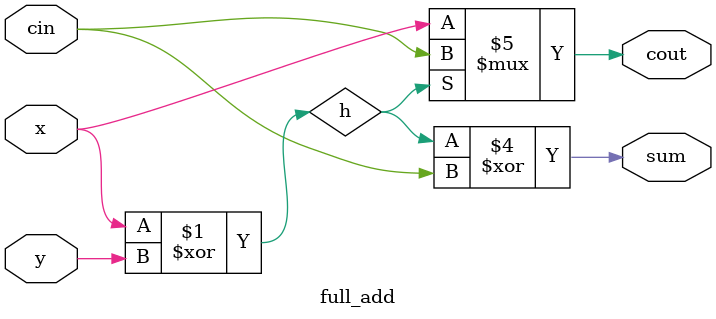
<source format=v>
module full_add(

input x,
input y,
input cin,
output cout,
output sum
);


wire 		h;
wire 		h_not;

xor(h,x,y);
xnor(h_not,x,y);
xor(sum,h,cin);
assign cout=h?cin:x;

endmodule
</source>
